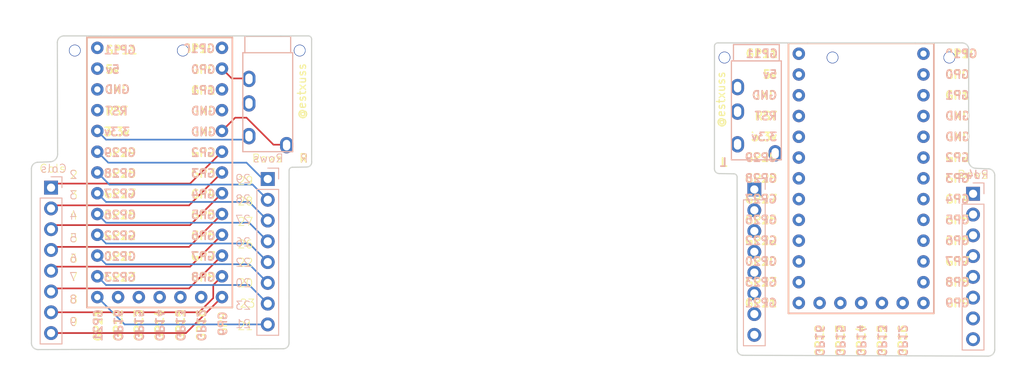
<source format=kicad_pcb>
(kicad_pcb (version 20240108) (generator "pcbnew") (generator_version "8.0")
  (layers (0 "F.Cu" signal) (31 "B.Cu" signal) (34 "B.Paste" user) (35 "F.Paste" user) (36 "B.SilkS" user "B.Silkscreen") (37 "F.SilkS" user "F.Silkscreen") (38 "B.Mask" user) (39 "F.Mask" user) (44 "Edge.Cuts" user))
  (net 0 "")
  (net 5 "LGND")
  (net 6 "Row7")
  (net 7 "Row3")
  (net 11 "Col3")
  (net 12 "Col4")
  (net 13 "Col5")
  (net 15 "Col6")
  (net 16 "Col1")
  (net 17 "Col2")
  (net 19 "Row2")
  (net 21 "Col8")
  (net 22 "Row8")
  (net 24 "LVCC")
  (net 25 "LData")
  (net 26 "Row5")
  (net 27 "Col7")
  (net 29 "Row4")
  (net 30 "Row1")
  (net 31 "Row6")
  (net 33 "RVCC")
  (net 34 "RGND")
  (net 38 "RRow8")
  (net 40 "RRow5")
  (net 41 "RCol7")
  (net 42 "RCol6")
  (net 44 "RRow2")
  (net 46 "RData")
  (net 47 "RCol1")
  (net 49 "RRow1")
  (net 50 "RCol3")
  (net 52 "RRow4")
  (net 54 "RRow6")
  (net 55 "RCol2")
  (net 56 "RCol5")
  (net 57 "RCol4")
  (net 58 "RRow7")
  (net 61 "RRow3")
  (net 62 "RCol8")
  (footprint "#footprint:M1.4_tapping_Hole_rev2" (layer "F.Cu") (at 103.216326 74.78583 -90)
    (property "Reference" "" (hide yes))
    (property "Value" "" (hide yes))
    (pad "" thru_hole circle (at 0 0 270) (size 1.43 1.43) (drill 1.28) (layers "*.Cu" "*.Mask"))
  )
  (footprint "#footprint:M1.4_tapping_Hole_rev2" (layer "F.Cu") (at 182.665001 75.64208 -90)
    (property "Reference" "" (hide yes))
    (property "Value" "" (hide yes))
    (pad "" thru_hole circle (at 0 0 270) (size 1.43 1.43) (drill 1.28) (layers "*.Cu" "*.Mask"))
  )
  (footprint "#footprint:M1.4_tapping_Hole_rev2" (layer "F.Cu") (at 196.952501 75.64208 -90)
    (property "Reference" "" (hide yes))
    (property "Value" "" (hide yes))
    (pad "" thru_hole circle (at 0 0 270) (size 1.43 1.43) (drill 1.28) (layers "*.Cu" "*.Mask"))
  )
  (footprint "#footprint:M1.4_tapping_Hole_rev2" (layer "F.Cu") (at 117.503826 74.78583 -90)
    (property "Reference" "" (hide yes))
    (property "Value" "" (hide yes))
    (pad "" thru_hole circle (at 0 0 270) (size 1.43 1.43) (drill 1.28) (layers "*.Cu" "*.Mask"))
  )
  (footprint "#footprint:M1.4_tapping_Hole_rev2" (layer "F.Cu") (at 169.452501 75.044581 -90)
    (property "Reference" "" (hide yes))
    (property "Value" "" (hide yes))
    (pad "" thru_hole circle (at 0.597499 0 270) (size 1.43 1.43) (drill 1.28) (layers "*.Cu" "*.Mask"))
  )
  (footprint "#footprint:M1.4_tapping_Hole_rev2" (layer "F.Cu") (at 90.003826 74.188331 -90)
    (property "Reference" "" (hide yes))
    (property "Value" "" (hide yes))
    (pad "" thru_hole circle (at 0.597499 0 270) (size 1.43 1.43) (drill 1.28) (layers "*.Cu" "*.Mask"))
  )
  (footprint "ScottoKeebs_Components:TRRS_PJ-320A" (layer "B.Cu") (at 173.352501 76.05625 180)
    (property "Reference" "U4")
    (property "Value" "TRRS")
    (fp_line (start 3.05 -12.1) (end 3.05 0) (stroke (width 0.15)) (layer "B.SilkS"))
    (fp_line (start 2.8 2) (end 2.8 0) (stroke (width 0.15)) (layer "B.SilkS"))
    (fp_line (start -2.8 2) (end 2.8 2) (stroke (width 0.15)) (layer "B.SilkS"))
    (fp_line (start -2.8 2) (end -2.8 0) (stroke (width 0.15)) (layer "B.SilkS"))
    (fp_line (start -3.05 0) (end 3.05 0) (stroke (width 0.15)) (layer "B.SilkS"))
    (fp_line (start -3.05 -12.1) (end 3.05 -12.1) (stroke (width 0.15)) (layer "B.SilkS"))
    (fp_line (start -3.05 -12.1) (end -3.05 0) (stroke (width 0.15)) (layer "B.SilkS"))
    (pad "" np_thru_hole circle (at 0 -8.6 180) (size 0.8 0.8) (drill 0.8) (layers "*.Cu" "*.Mask"))
    (pad "" np_thru_hole circle (at 0 -1.6 180) (size 0.8 0.8) (drill 0.8) (layers "*.Cu" "*.Mask"))
    (pad "1" thru_hole oval (at -2.3 -11.3 180) (size 1.6 2) (drill oval 0.9 1.3) (layers "*.Cu" "*.Mask") (net 34 "RGND"))
    (pad "2" thru_hole oval (at 2.3 -10.2 180) (size 1.6 2) (drill oval 0.9 1.3) (layers "*.Cu" "*.Mask") (net 33 "RVCC"))
    (pad "3" thru_hole oval (at 2.3 -6.2 180) (size 1.6 2) (drill oval 0.9 1.3) (layers "*.Cu" "*.Mask"))
    (pad "4" thru_hole oval (at 2.3 -3.2 180) (size 1.6 2) (drill oval 0.9 1.3) (layers "*.Cu" "*.Mask") (net 46 "RData"))
  )
  (footprint "Connector_PinHeader_2.54mm:PinHeader_1x08_P2.54mm_Vertical" (layer "B.Cu") (at 199.852501 92.30625 180)
    (property "Reference" "J4" (at 0 2.33 0) (layer "B.SilkS") (effects (justify mirror)))
    (property "Value" "Conn_01x08_Pin")
    (fp_line (start 1.33 -1.27) (end -1.33 -1.27) (stroke (width 0.12)) (layer "B.SilkS"))
    (fp_line (start 1.33 -19.11) (end 1.33 -1.27) (stroke (width 0.12)) (layer "B.SilkS"))
    (fp_line (start 1.33 -19.11) (end -1.33 -19.11) (stroke (width 0.12)) (layer "B.SilkS"))
    (fp_line (start 0 1.33) (end -1.33 1.33) (stroke (width 0.12)) (layer "B.SilkS"))
    (fp_line (start -1.33 1.33) (end -1.33 0) (stroke (width 0.12)) (layer "B.SilkS"))
    (fp_line (start -1.33 -19.11) (end -1.33 -1.27) (stroke (width 0.12)) (layer "B.SilkS"))
    (pad "1" thru_hole rect (at 0 0 180) (size 1.7 1.7) (drill 1) (layers "*.Cu" "*.Mask") (net 49 "RRow1"))
    (pad "2" thru_hole oval (at 0 -2.54 180) (size 1.7 1.7) (drill 1) (layers "*.Cu" "*.Mask") (net 44 "RRow2"))
    (pad "3" thru_hole oval (at 0 -5.08 180) (size 1.7 1.7) (drill 1) (layers "*.Cu" "*.Mask") (net 61 "RRow3"))
    (pad "4" thru_hole oval (at 0 -7.62 180) (size 1.7 1.7) (drill 1) (layers "*.Cu" "*.Mask") (net 52 "RRow4"))
    (pad "5" thru_hole oval (at 0 -10.16 180) (size 1.7 1.7) (drill 1) (layers "*.Cu" "*.Mask") (net 40 "RRow5"))
    (pad "6" thru_hole oval (at 0 -12.7 180) (size 1.7 1.7) (drill 1) (layers "*.Cu" "*.Mask") (net 54 "RRow6"))
    (pad "7" thru_hole oval (at 0 -15.24 180) (size 1.7 1.7) (drill 1) (layers "*.Cu" "*.Mask") (net 58 "RRow7"))
    (pad "8" thru_hole oval (at 0 -17.78 180) (size 1.7 1.7) (drill 1) (layers "*.Cu" "*.Mask") (net 38 "RRow8"))
  )
  (footprint "Connector_PinHeader_2.54mm:PinHeader_1x08_P2.54mm_Vertical" (layer "B.Cu") (at 87.102501 91.55625 180)
    (property "Reference" "J1" (hide yes))
    (property "Value" "Conn_01x08_Pin")
    (fp_line (start 1.33 -1.27) (end -1.33 -1.27) (stroke (width 0.12)) (layer "B.SilkS"))
    (fp_line (start 1.33 -19.11) (end 1.33 -1.27) (stroke (width 0.12)) (layer "B.SilkS"))
    (fp_line (start 1.33 -19.11) (end -1.33 -19.11) (stroke (width 0.12)) (layer "B.SilkS"))
    (fp_line (start 0 1.33) (end -1.33 1.33) (stroke (width 0.12)) (layer "B.SilkS"))
    (fp_line (start -1.33 1.33) (end -1.33 0) (stroke (width 0.12)) (layer "B.SilkS"))
    (fp_line (start -1.33 -19.11) (end -1.33 -1.27) (stroke (width 0.12)) (layer "B.SilkS"))
    (pad "1" thru_hole rect (at 0 0 180) (size 1.7 1.7) (drill 1) (layers "*.Cu" "*.Mask") (net 16 "Col1"))
    (pad "2" thru_hole oval (at 0 -2.54 180) (size 1.7 1.7) (drill 1) (layers "*.Cu" "*.Mask") (net 17 "Col2"))
    (pad "3" thru_hole oval (at 0 -5.08 180) (size 1.7 1.7) (drill 1) (layers "*.Cu" "*.Mask") (net 11 "Col3"))
    (pad "4" thru_hole oval (at 0 -7.62 180) (size 1.7 1.7) (drill 1) (layers "*.Cu" "*.Mask") (net 12 "Col4"))
    (pad "5" thru_hole oval (at 0 -10.16 180) (size 1.7 1.7) (drill 1) (layers "*.Cu" "*.Mask") (net 13 "Col5"))
    (pad "6" thru_hole oval (at 0 -12.7 180) (size 1.7 1.7) (drill 1) (layers "*.Cu" "*.Mask") (net 15 "Col6"))
    (pad "7" thru_hole oval (at 0 -15.24 180) (size 1.7 1.7) (drill 1) (layers "*.Cu" "*.Mask") (net 27 "Col7"))
    (pad "8" thru_hole oval (at 0 -17.78 180) (size 1.7 1.7) (drill 1) (layers "*.Cu" "*.Mask") (net 21 "Col8"))
  )
  (footprint "ScottoKeebs_Components:TRRS_PJ-320A" (layer "B.Cu") (at 113.602501 75.05625 180)
    (property "Reference" "U2" (hide yes))
    (property "Value" "TRRS")
    (fp_line (start 3.05 -12.1) (end 3.05 0) (stroke (width 0.15)) (layer "B.SilkS"))
    (fp_line (start 2.8 2) (end 2.8 0) (stroke (width 0.15)) (layer "B.SilkS"))
    (fp_line (start -2.8 2) (end 2.8 2) (stroke (width 0.15)) (layer "B.SilkS"))
    (fp_line (start -2.8 2) (end -2.8 0) (stroke (width 0.15)) (layer "B.SilkS"))
    (fp_line (start -3.05 0) (end 3.05 0) (stroke (width 0.15)) (layer "B.SilkS"))
    (fp_line (start -3.05 -12.1) (end 3.05 -12.1) (stroke (width 0.15)) (layer "B.SilkS"))
    (fp_line (start -3.05 -12.1) (end -3.05 0) (stroke (width 0.15)) (layer "B.SilkS"))
    (pad "" np_thru_hole circle (at 0 -8.6 180) (size 0.8 0.8) (drill 0.8) (layers "*.Cu" "*.Mask"))
    (pad "" np_thru_hole circle (at 0 -1.6 180) (size 0.8 0.8) (drill 0.8) (layers "*.Cu" "*.Mask"))
    (pad "1" thru_hole oval (at -2.3 -11.3 180) (size 1.6 2) (drill oval 0.9 1.3) (layers "*.Cu" "*.Mask") (net 5 "LGND"))
    (pad "2" thru_hole oval (at 2.3 -10.2 180) (size 1.6 2) (drill oval 0.9 1.3) (layers "*.Cu" "*.Mask") (net 24 "LVCC"))
    (pad "3" thru_hole oval (at 2.3 -6.2 180) (size 1.6 2) (drill oval 0.9 1.3) (layers "*.Cu" "*.Mask"))
    (pad "4" thru_hole oval (at 2.3 -3.2 180) (size 1.6 2) (drill oval 0.9 1.3) (layers "*.Cu" "*.Mask") (net 25 "LData"))
  )
  (footprint "Connector_PinHeader_2.54mm:PinHeader_1x08_P2.54mm_Vertical" (layer "B.Cu") (at 113.602501 90.5 180)
    (property "Reference" "J2" (hide yes))
    (property "Value" "Conn_01x08_Pin")
    (fp_line (start 1.33 -1.27) (end -1.33 -1.27) (stroke (width 0.12)) (layer "B.SilkS"))
    (fp_line (start 1.33 -19.11) (end 1.33 -1.27) (stroke (width 0.12)) (layer "B.SilkS"))
    (fp_line (start 1.33 -19.11) (end -1.33 -19.11) (stroke (width 0.12)) (layer "B.SilkS"))
    (fp_line (start 0 1.33) (end -1.33 1.33) (stroke (width 0.12)) (layer "B.SilkS"))
    (fp_line (start -1.33 1.33) (end -1.33 0) (stroke (width 0.12)) (layer "B.SilkS"))
    (fp_line (start -1.33 -19.11) (end -1.33 -1.27) (stroke (width 0.12)) (layer "B.SilkS"))
    (pad "1" thru_hole rect (at 0 0 180) (size 1.7 1.7) (drill 1) (layers "*.Cu" "*.Mask") (net 30 "Row1"))
    (pad "2" thru_hole oval (at 0 -2.54 180) (size 1.7 1.7) (drill 1) (layers "*.Cu" "*.Mask") (net 19 "Row2"))
    (pad "3" thru_hole oval (at 0 -5.08 180) (size 1.7 1.7) (drill 1) (layers "*.Cu" "*.Mask") (net 7 "Row3"))
    (pad "4" thru_hole oval (at 0 -7.62 180) (size 1.7 1.7) (drill 1) (layers "*.Cu" "*.Mask") (net 29 "Row4"))
    (pad "5" thru_hole oval (at 0 -10.16 180) (size 1.7 1.7) (drill 1) (layers "*.Cu" "*.Mask") (net 26 "Row5"))
    (pad "6" thru_hole oval (at 0 -12.7 180) (size 1.7 1.7) (drill 1) (layers "*.Cu" "*.Mask") (net 31 "Row6"))
    (pad "7" thru_hole oval (at 0 -15.24 180) (size 1.7 1.7) (drill 1) (layers "*.Cu" "*.Mask") (net 6 "Row7"))
    (pad "8" thru_hole oval (at 0 -17.78 180) (size 1.7 1.7) (drill 1) (layers "*.Cu" "*.Mask") (net 22 "Row8"))
  )
  (footprint "Connector_PinHeader_2.54mm:PinHeader_1x08_P2.54mm_Vertical" (layer "B.Cu") (at 173.102501 91.77625 180)
    (property "Reference" "J3" (hide yes))
    (property "Value" "Conn_01x08_Pin")
    (fp_line (start 1.33 -1.27) (end -1.33 -1.27) (stroke (width 0.12)) (layer "B.SilkS"))
    (fp_line (start 1.33 -19.11) (end 1.33 -1.27) (stroke (width 0.12)) (layer "B.SilkS"))
    (fp_line (start 1.33 -19.11) (end -1.33 -19.11) (stroke (width 0.12)) (layer "B.SilkS"))
    (fp_line (start 0 1.33) (end -1.33 1.33) (stroke (width 0.12)) (layer "B.SilkS"))
    (fp_line (start -1.33 1.33) (end -1.33 0) (stroke (width 0.12)) (layer "B.SilkS"))
    (fp_line (start -1.33 -19.11) (end -1.33 -1.27) (stroke (width 0.12)) (layer "B.SilkS"))
    (pad "1" thru_hole rect (at 0 0 180) (size 1.7 1.7) (drill 1) (layers "*.Cu" "*.Mask") (net 47 "RCol1"))
    (pad "2" thru_hole oval (at 0 -2.54 180) (size 1.7 1.7) (drill 1) (layers "*.Cu" "*.Mask") (net 55 "RCol2"))
    (pad "3" thru_hole oval (at 0 -5.08 180) (size 1.7 1.7) (drill 1) (layers "*.Cu" "*.Mask") (net 50 "RCol3"))
    (pad "4" thru_hole oval (at 0 -7.62 180) (size 1.7 1.7) (drill 1) (layers "*.Cu" "*.Mask") (net 57 "RCol4"))
    (pad "5" thru_hole oval (at 0 -10.16 180) (size 1.7 1.7) (drill 1) (layers "*.Cu" "*.Mask") (net 56 "RCol5"))
    (pad "6" thru_hole oval (at 0 -12.7 180) (size 1.7 1.7) (drill 1) (layers "*.Cu" "*.Mask") (net 42 "RCol6"))
    (pad "7" thru_hole oval (at 0 -15.24 180) (size 1.7 1.7) (drill 1) (layers "*.Cu" "*.Mask") (net 41 "RCol7"))
    (pad "8" thru_hole oval (at 0 -17.78 180) (size 1.7 1.7) (drill 1) (layers "*.Cu" "*.Mask") (net 62 "RCol8"))
  )
  (footprint "ScottoKeebs_MCU:RP2040_Pro_Micro" (layer "B.Cu") (at 100.38 90.97 180)
    (property "Reference" "U1" (hide yes))
    (property "Value" "RP2040_Pro_Micro" (hide yes))
    (fp_line (start 8.89 17.78) (end 8.89 -15.24) (stroke (width 0.2)) (layer "B.SilkS"))
    (fp_line (start 8.89 -15.24) (end -8.89 -15.24) (stroke (width 0.2)) (layer "B.SilkS"))
    (fp_line (start -8.89 17.78) (end 8.89 17.78) (stroke (width 0.2)) (layer "B.SilkS"))
    (fp_line (start -8.89 -15.24) (end -8.89 17.78) (stroke (width 0.2)) (layer "B.SilkS"))
    (fp_line (start 8.89 17.78) (end 8.89 -15.24) (stroke (width 0.2)) (layer "F.SilkS"))
    (fp_line (start 8.89 -15.24) (end -8.89 -15.24) (stroke (width 0.2)) (layer "F.SilkS"))
    (fp_line (start -8.89 17.78) (end 8.89 17.78) (stroke (width 0.2)) (layer "F.SilkS"))
    (fp_line (start -8.89 -15.24) (end -8.89 17.78) (stroke (width 0.2)) (layer "F.SilkS"))
    (fp_text user "GND" (at -3.722501 6.24375 0) (layer "B.SilkS") (effects (font (thickness 0.2) (bold yes)) (justify right mirror)))
    (fp_text user "GP23" (at 2.777499 -11.53625 0) (layer "B.SilkS") (effects (font (thickness 0.2) (bold yes)) (justify left mirror)))
    (fp_text user "GP1" (at -3.722501 11.32375 0) (layer "B.SilkS") (effects (font (thickness 0.2) (bold yes)) (justify right mirror)))
    (fp_text user "3.3v" (at 3.527499 6.24375 0) (layer "B.SilkS") (effects (font (thickness 0.2) (bold yes)) (justify left mirror)))
    (fp_text user "GP4" (at -3.722501 -1.37625 0) (layer "B.SilkS") (effects (font (thickness 0.2) (bold yes)) (justify right mirror)))
    (fp_text user "GND" (at -3.722501 8.78375 0) (layer "B.SilkS") (effects (font (thickness 0.2) (bold yes)) (justify right mirror)))
    (fp_text user "GP0" (at -3.722501 13.86375 0) (layer "B.SilkS") (effects (font (thickness 0.2) (bold yes)) (justify right mirror)))
    (fp_text user "RST" (at 3.777499 8.78375 0) (layer "B.SilkS") (effects (font (thickness 0.2) (bold yes)) (justify left mirror)))
    (fp_text user "GP5" (at -3.722501 -3.91625 0) (layer "B.SilkS") (effects (font (thickness 0.2) (bold yes)) (justify right mirror)))
    (fp_text user "GP10" (at -2.722501 16.41375 0) (layer "B.SilkS") (effects (font (thickness 0.2) (bold yes)) (justify right mirror)))
    (fp_text user "GP14" (at 0 -15.33625 -90) (layer "B.SilkS") (effects (font (thickness 0.2) (bold yes)) (justify right mirror)))
    (fp_text user "GP13" (at -2.54 -15.33625 -90) (layer "B.SilkS") (effects (font (thickness 0.2) (bold yes)) (justify right mirror)))
    (fp_text user "GP29" (at 2.777499 3.70375 0) (layer "B.SilkS") (effects (font (thickness 0.2) (bold yes)) (justify left mirror)))
    (fp_text user "GP15" (at 2.54 -15.33625 -90) (layer "B.SilkS") (effects (font (thickness 0.2) (bold yes)) (justify right mirror)))
    (fp_text user "GP9" (at -7.722501 -18.83625 90) (layer "B.SilkS") (effects (font (thickness 0.2) (bold yes)) (justify right mirror)))
    (fp_text user "GP2" (at -3.722501 3.70375 0) (layer "B.SilkS") (effects (font (thickness 0.2) (bold yes)) (justify right mirror)))
    (fp_text user "GP21" (at 7.527499 -15.33625 90) (layer "B.SilkS") (effects (font (thickness 0.2) (bold yes)) (justify left mirror)))
    (fp_text user "GP26" (at 2.777499 -3.91625 0) (layer "B.SilkS") (effects (font (thickness 0.2) (bold yes)) (justify left mirror)))
    (fp_text user "GP8" (at -3.722501 -11.53625 0) (layer "B.SilkS") (effects (font (thickness 0.2) (bold yes)) (justify right mirror)))
    (fp_text user "GP20" (at 2.777499 -8.99625 0) (layer "B.SilkS") (effects (font (thickness 0.2) (bold yes)) (justify left mirror)))
    (fp_text user "GP27" (at 2.777499 -1.33625 0) (layer "B.SilkS") (effects (font (thickness 0.2) (bold yes)) (justify left mirror)))
    (fp_text user "GP7" (at -3.722501 -8.99625 0) (layer "B.SilkS") (effects (font (thickness 0.2) (bold yes)) (justify right mirror)))
    (fp_text user "GP12" (at -5.08 -15.33625 -90) (layer "B.SilkS") (effects (font (thickness 0.2) (bold yes)) (justify right mirror)))
    (fp_text user "GP6" (at -3.722501 -6.45625 0) (layer "B.SilkS") (effects (font (thickness 0.2) (bold yes)) (justify right mirror)))
    (fp_text user "GP22" (at 2.777499 -6.45625 0) (layer "B.SilkS") (effects (font (thickness 0.2) (bold yes)) (justify left mirror)))
    (fp_text user "GND" (at 3.527499 11.41375 0) (layer "B.SilkS") (effects (font (thickness 0.2) (bold yes)) (justify left mirror)))
    (fp_text user "GP28" (at 2.777499 1.16375 0) (layer "B.SilkS") (effects (font (thickness 0.2) (bold yes)) (justify left mirror)))
    (fp_text user "GP16" (at 5.08 -15.33625 -90) (layer "B.SilkS") (effects (font (thickness 0.2) (bold yes)) (justify right mirror)))
    (fp_text user "5v" (at 4.777499 13.86375 0) (layer "B.SilkS") (effects (font (thickness 0.2) (bold yes)) (justify left mirror)))
    (fp_text user "GP3" (at -3.722501 1.16375 0) (layer "B.SilkS") (effects (font (thickness 0.2) (bold yes)) (justify right mirror)))
    (fp_text user "GP20" (at 2.777499 -8.99625 0) (layer "F.SilkS") (effects (font (thickness 0.2) (bold yes)) (justify right)))
    (fp_text user "GP21" (at 7.527499 -15.33625 90) (layer "F.SilkS") (effects (font (thickness 0.2) (bold yes)) (justify right)))
    (fp_text user "GP22" (at 2.777499 -6.45625 0) (layer "F.SilkS") (effects (font (thickness 0.2) (bold yes)) (justify right)))
    (fp_text user "GP26" (at 2.777499 -3.91625 0) (layer "F.SilkS") (effects (font (thickness 0.2) (bold yes)) (justify right)))
    (fp_text user "GP6" (at -3.722501 -6.45625 0) (layer "F.SilkS") (effects (font (thickness 0.2) (bold yes)) (justify left)))
    (fp_text user "GP1" (at -3.722501 11.32375 0) (layer "F.SilkS") (effects (font (thickness 0.2) (bold yes)) (justify left)))
    (fp_text user "RST" (at 3.777499 8.78375 0) (layer "F.SilkS") (effects (font (thickness 0.2) (bold yes)) (justify right)))
    (fp_text user "GP23" (at 2.777499 -11.53625 0) (layer "F.SilkS") (effects (font (thickness 0.2) (bold yes)) (justify right)))
    (fp_text user "GP10" (at -2.722501 16.41375 0) (layer "F.SilkS") (effects (font (thickness 0.2) (bold yes)) (justify left)))
    (fp_text user "GP4" (at -3.722501 -1.37625 0) (layer "F.SilkS") (effects (font (thickness 0.2) (bold yes)) (justify left)))
    (fp_text user "GP2" (at -3.722501 3.70375 0) (layer "F.SilkS") (effects (font (thickness 0.2) (bold yes)) (justify left)))
    (fp_text user "GP15" (at -2.54 -15.33625 90) (layer "F.SilkS") (effects (font (thickness 0.2) (bold yes)) (justify right)))
    (fp_text user "GP9" (at -7.722501 -18.83625 90) (layer "F.SilkS") (effects (font (thickness 0.2) (bold yes)) (justify left)))
    (fp_text user "GND" (at 3.527499 11.41375 0) (layer "F.SilkS") (effects (font (thickness 0.2) (bold yes)) (justify right)))
    (fp_text user "GP16" (at -5.08 -15.33625 90) (layer "F.SilkS") (effects (font (thickness 0.2) (bold yes)) (justify right)))
    (fp_text user "GP14" (at 0 -15.33625 90) (layer "F.SilkS") (effects (font (thickness 0.2) (bold yes)) (justify right)))
    (fp_text user "GP28" (at 2.777499 1.16375 0) (layer "F.SilkS") (effects (font (thickness 0.2) (bold yes)) (justify right)))
    (fp_text user "3.3v" (at 3.527499 6.24375 0) (layer "F.SilkS") (effects (font (thickness 0.2) (bold yes)) (justify right)))
    (fp_text user "GP12" (at 5.08 -15.33625 90) (layer "F.SilkS") (effects (font (thickness 0.2) (bold yes)) (justify right)))
    (fp_text user "GND" (at -3.722501 8.78375 0) (layer "F.SilkS") (effects (font (thickness 0.2) (bold yes)) (justify left)))
    (fp_text user "GP13" (at 2.54 -15.33625 90) (layer "F.SilkS") (effects (font (thickness 0.2) (bold yes)) (justify right)))
    (fp_text user "GP8" (at -3.722501 -11.53625 0) (layer "F.SilkS") (effects (font (thickness 0.2) (bold yes)) (justify left)))
    (fp_text user "GP7" (at -3.722501 -8.99625 0) (layer "F.SilkS") (effects (font (thickness 0.2) (bold yes)) (justify left)))
    (fp_text user "GP5" (at -3.722501 -3.91625 0) (layer "F.SilkS") (effects (font (thickness 0.2) (bold yes)) (justify left)))
    (fp_text user "GP27" (at 2.777499 -1.33625 0) (layer "F.SilkS") (effects (font (thickness 0.2) (bold yes)) (justify right)))
    (fp_text user "GND" (at -3.722501 6.24375 0) (layer "F.SilkS") (effects (font (thickness 0.2) (bold yes)) (justify left)))
    (fp_text user "GP0" (at -3.722501 13.86375 0) (layer "F.SilkS") (effects (font (thickness 0.2) (bold yes)) (justify left)))
    (fp_text user "GP29" (at 2.777499 3.70375 0) (layer "F.SilkS") (effects (font (thickness 0.2) (bold yes)) (justify right)))
    (fp_text user "GP3" (at -3.722501 1.16375 0) (layer "F.SilkS") (effects (font (thickness 0.2) (bold yes)) (justify left)))
    (fp_text user "5v" (at 4.777499 13.86375 0) (layer "F.SilkS") (effects (font (thickness 0.2) (bold yes)) (justify right)))
    (pad "1" thru_hole circle (at -7.62 16.51 180) (size 1.524 1.524) (drill 0.762) (layers "*.Cu" "*.Mask"))
    (pad "2" thru_hole circle (at -7.62 13.97 180) (size 1.524 1.524) (drill 0.762) (layers "*.Cu" "*.Mask") (net 25 "LData"))
    (pad "3" thru_hole circle (at -7.62 11.43 180) (size 1.524 1.524) (drill 0.762) (layers "*.Cu" "*.Mask"))
    (pad "4" thru_hole circle (at -7.62 8.89 180) (size 1.524 1.524) (drill 0.762) (layers "*.Cu" "*.Mask"))
    (pad "5" thru_hole circle (at -7.62 6.35 180) (size 1.524 1.524) (drill 0.762) (layers "*.Cu" "*.Mask") (net 5 "LGND"))
    (pad "6" thru_hole circle (at -7.62 3.81 180) (size 1.524 1.524) (drill 0.762) (layers "*.Cu" "*.Mask") (net 16 "Col1"))
    (pad "7" thru_hole circle (at -7.62 1.27 180) (size 1.524 1.524) (drill 0.762) (layers "*.Cu" "*.Mask") (net 17 "Col2"))
    (pad "8" thru_hole circle (at -7.62 -1.27 180) (size 1.524 1.524) (drill 0.762) (layers "*.Cu" "*.Mask") (net 11 "Col3"))
    (pad "9" thru_hole circle (at -7.62 -3.81 180) (size 1.524 1.524) (drill 0.762) (layers "*.Cu" "*.Mask") (net 12 "Col4"))
    (pad "10" thru_hole circle (at -7.62 -6.35 180) (size 1.524 1.524) (drill 0.762) (layers "*.Cu" "*.Mask") (net 13 "Col5"))
    (pad "11" thru_hole circle (at -7.62 -8.89 180) (size 1.524 1.524) (drill 0.762) (layers "*.Cu" "*.Mask") (net 15 "Col6"))
    (pad "12" thru_hole circle (at -7.62 -11.43 180) (size 1.524 1.524) (drill 0.762) (layers "*.Cu" "*.Mask") (net 27 "Col7"))
    (pad "13" thru_hole circle (at -7.62 -13.97 180) (size 1.524 1.524) (drill 0.762) (layers "*.Cu" "*.Mask") (net 21 "Col8"))
    (pad "14" thru_hole circle (at -5.08 -13.97 180) (size 1.524 1.524) (drill 0.762) (layers "*.Cu" "*.Mask"))
    (pad "15" thru_hole circle (at -2.54 -13.97 180) (size 1.524 1.524) (drill 0.762) (layers "*.Cu" "*.Mask"))
    (pad "16" thru_hole circle (at 0 -13.97 180) (size 1.524 1.524) (drill 0.762) (layers "*.Cu" "*.Mask"))
    (pad "17" thru_hole circle (at 2.54 -13.97 180) (size 1.524 1.524) (drill 0.762) (layers "*.Cu" "*.Mask"))
    (pad "18" thru_hole circle (at 5.08 -13.97 180) (size 1.524 1.524) (drill 0.762) (layers "*.Cu" "*.Mask"))
    (pad "19" thru_hole circle (at 7.62 -13.97 180) (size 1.524 1.524) (drill 0.762) (layers "*.Cu" "*.Mask") (net 22 "Row8"))
    (pad "20" thru_hole circle (at 7.62 -11.43 180) (size 1.524 1.524) (drill 0.762) (layers "*.Cu" "*.Mask") (net 6 "Row7"))
    (pad "21" thru_hole circle (at 7.62 -8.89 180) (size 1.524 1.524) (drill 0.762) (layers "*.Cu" "*.Mask") (net 31 "Row6"))
    (pad "22" thru_hole circle (at 7.62 -6.35 180) (size 1.524 1.524) (drill 0.762) (layers "*.Cu" "*.Mask") (net 26 "Row5"))
    (pad "23" thru_hole circle (at 7.62 -3.81 180) (size 1.524 1.524) (drill 0.762) (layers "*.Cu" "*.Mask") (net 29 "Row4"))
    (pad "24" thru_hole circle (at 7.62 -1.27 180) (size 1.524 1.524) (drill 0.762) (layers "*.Cu" "*.Mask") (net 7 "Row3"))
    (pad "25" thru_hole circle (at 7.62 1.27 180) (size 1.524 1.524) (drill 0.762) (layers "*.Cu" "*.Mask") (net 19 "Row2"))
    (pad "26" thru_hole circle (at 7.62 3.81 180) (size 1.524 1.524) (drill 0.762) (layers "*.Cu" "*.Mask") (net 30 "Row1"))
    (pad "27" thru_hole circle (at 7.62 6.35 180) (size 1.524 1.524) (drill 0.762) (layers "*.Cu" "*.Mask") (net 24 "LVCC"))
    (pad "28" thru_hole circle (at 7.62 8.89 180) (size 1.524 1.524) (drill 0.762) (layers "*.Cu" "*.Mask"))
    (pad "29" thru_hole circle (at 7.62 11.43 180) (size 1.524 1.524) (drill 0.762) (layers "*.Cu" "*.Mask"))
    (pad "30" thru_hole circle (at 7.62 13.97 180) (size 1.524 1.524) (drill 0.762) (layers "*.Cu" "*.Mask"))
    (pad "31" thru_hole circle (at 7.62 16.51 180) (size 1.524 1.524) (drill 0.762) (layers "*.Cu" "*.Mask"))
  )
  (footprint "ScottoKeebs_MCU:RP2040_Pro_Micro" (layer "B.Cu") (at 186.165153 91.68625 180)
    (property "Reference" "U3" (hide yes))
    (property "Value" "RP2040_Pro_Micro" (hide yes))
    (fp_line (start 8.89 17.78) (end 8.89 -15.24) (stroke (width 0.2)) (layer "B.SilkS"))
    (fp_line (start 8.89 -15.24) (end -8.89 -15.24) (stroke (width 0.2)) (layer "B.SilkS"))
    (fp_line (start -8.89 17.78) (end 8.89 17.78) (stroke (width 0.2)) (layer "B.SilkS"))
    (fp_line (start -8.89 -15.24) (end -8.89 17.78) (stroke (width 0.2)) (layer "B.SilkS"))
    (fp_line (start 8.89 17.78) (end 8.89 -15.24) (stroke (width 0.2)) (layer "F.SilkS"))
    (fp_line (start 8.89 -15.24) (end -8.89 -15.24) (stroke (width 0.2)) (layer "F.SilkS"))
    (fp_line (start -8.89 17.78) (end 8.89 17.78) (stroke (width 0.2)) (layer "F.SilkS"))
    (fp_line (start -8.89 -15.24) (end -8.89 17.78) (stroke (width 0.2)) (layer "F.SilkS"))
    (fp_text user "5v" (at 10.16 13.97 0) (layer "B.SilkS") (effects (font (thickness 0.2) (bold yes)) (justify left mirror)))
    (fp_text user "GP15" (at 2.54 -16.51 -90) (layer "B.SilkS") (effects (font (thickness 0.2) (bold yes)) (justify right mirror)))
    (fp_text user "GP3" (at -10.16 1.27 0) (layer "B.SilkS") (effects (font (thickness 0.2) (bold yes)) (justify right mirror)))
    (fp_text user "GP9" (at -10.16 -13.97 0) (layer "B.SilkS") (effects (font (thickness 0.2) (bold yes)) (justify right mirror)))
    (fp_text user "GND" (at -10.16 6.35 0) (layer "B.SilkS") (effects (font (thickness 0.2) (bold yes)) (justify right mirror)))
    (fp_text user "GP4" (at -10.16 -1.27 0) (layer "B.SilkS") (effects (font (thickness 0.2) (bold yes)) (justify right mirror)))
    (fp_text user "GP6" (at -10.16 -6.35 0) (layer "B.SilkS") (effects (font (thickness 0.2) (bold yes)) (justify right mirror)))
    (fp_text user "GND" (at 10.16 11.43 0) (layer "B.SilkS") (effects (font (thickness 0.2) (bold yes)) (justify left mirror)))
    (fp_text user "3.3v" (at 10.16 6.35 0) (layer "B.SilkS") (effects (font (thickness 0.2) (bold yes)) (justify left mirror)))
    (fp_text user "GND" (at -10.16 8.89 0) (layer "B.SilkS") (effects (font (thickness 0.2) (bold yes)) (justify right mirror)))
    (fp_text user "GP7" (at -10.16 -8.89 0) (layer "B.SilkS") (effects (font (thickness 0.2) (bold yes)) (justify right mirror)))
    (fp_text user "GP29" (at 10.16 3.81 0) (layer "B.SilkS") (effects (font (thickness 0.2) (bold yes)) (justify left mirror)))
    (fp_text user "GP20" (at 10.16 -8.89 0) (layer "B.SilkS") (effects (font (thickness 0.2) (bold yes)) (justify left mirror)))
    (fp_text user "GP8" (at -10.16 -11.43 0) (layer "B.SilkS") (effects (font (thickness 0.2) (bold yes)) (justify right mirror)))
    (fp_text user "GP28" (at 10.16 1.27 0) (layer "B.SilkS") (effects (font (thickness 0.2) (bold yes)) (justify left mirror)))
    (fp_text user "GP1" (at -10.16 11.43 0) (layer "B.SilkS") (effects (font (thickness 0.2) (bold yes)) (justify right mirror)))
    (fp_text user "GP21" (at 10.16 -13.97 0) (layer "B.SilkS") (effects (font (thickness 0.2) (bold yes)) (justify left mirror)))
    (fp_text user "GP16" (at 5.08 -16.51 -90) (layer "B.SilkS") (effects (font (thickness 0.2) (bold yes)) (justify right mirror)))
    (fp_text user "GP0" (at -10.16 13.97 0) (layer "B.SilkS") (effects (font (thickness 0.2) (bold yes)) (justify right mirror)))
    (fp_text user "GP23" (at 10.16 -11.43 0) (layer "B.SilkS") (effects (font (thickness 0.2) (bold yes)) (justify left mirror)))
    (fp_text user "GP27" (at 10.16 -1.27 0) (layer "B.SilkS") (effects (font (thickness 0.2) (bold yes)) (justify left mirror)))
    (fp_text user "GP13" (at -2.54 -16.51 -90) (layer "B.SilkS") (effects (font (thickness 0.2) (bold yes)) (justify right mirror)))
    (fp_text user "GP11" (at 10.062652 16.52 0) (layer "B.SilkS") (effects (font (thickness 0.2) (bold yes)) (justify left mirror)))
    (fp_text user "GP12" (at -5.08 -16.51 -90) (layer "B.SilkS") (effects (font (thickness 0.2) (bold yes)) (justify right mirror)))
    (fp_text user "GP5" (at -10.16 -3.81 0) (layer "B.SilkS") (effects (font (thickness 0.2) (bold yes)) (justify right mirror)))
    (fp_text user "RST" (at 10.16 8.89 0) (layer "B.SilkS") (effects (font (thickness 0.2) (bold yes)) (justify left mirror)))
    (fp_text user "GP14" (at 0 -16.51 -90) (layer "B.SilkS") (effects (font (thickness 0.2) (bold yes)) (justify right mirror)))
    (fp_text user "GP22" (at 10.16 -6.35 0) (layer "B.SilkS") (effects (font (thickness 0.2) (bold yes)) (justify left mirror)))
    (fp_text user "GP2" (at -10.16 3.81 0) (layer "B.SilkS") (effects (font (thickness 0.2) (bold yes)) (justify right mirror)))
    (fp_text user "GP10" (at -10.16 16.51 0) (layer "B.SilkS") (effects (font (thickness 0.2) (bold yes)) (justify right mirror)))
    (fp_text user "GP26" (at 10.16 -3.81 0) (layer "B.SilkS") (effects (font (thickness 0.2) (bold yes)) (justify left mirror)))
    (fp_text user "GP29" (at 10.16 3.81 0) (layer "F.SilkS") (effects (font (thickness 0.2) (bold yes)) (justify right)))
    (fp_text user "GP11" (at 10.062652 16.52 0) (layer "F.SilkS") (effects (font (thickness 0.2) (bold yes)) (justify right)))
    (fp_text user "GP3" (at -10.16 1.27 0) (layer "F.SilkS") (effects (font (thickness 0.2) (bold yes)) (justify left)))
    (fp_text user "GP13" (at 2.54 -16.51 90) (layer "F.SilkS") (effects (font (thickness 0.2) (bold yes)) (justify right)))
    (fp_text user "GP0" (at -10.16 13.97 0) (layer "F.SilkS") (effects (font (thickness 0.2) (bold yes)) (justify left)))
    (fp_text user "GP7" (at -10.16 -8.89 0) (layer "F.SilkS") (effects (font (thickness 0.2) (bold yes)) (justify left)))
    (fp_text user "GP23" (at 10.16 -11.43 0) (layer "F.SilkS") (effects (font (thickness 0.2) (bold yes)) (justify right)))
    (fp_text user "GP9" (at -10.16 -13.97 0) (layer "F.SilkS") (effects (font (thickness 0.2) (bold yes)) (justify left)))
    (fp_text user "GND" (at 10.16 11.43 0) (layer "F.SilkS") (effects (font (thickness 0.2) (bold yes)) (justify right)))
    (fp_text user "3.3v" (at 10.16 6.35 0) (layer "F.SilkS") (effects (font (thickness 0.2) (bold yes)) (justify right)))
    (fp_text user "GP10" (at -10.16 16.51 0) (layer "F.SilkS") (effects (font (thickness 0.2) (bold yes)) (justify left)))
    (fp_text user "GP15" (at -2.54 -16.51 90) (layer "F.SilkS") (effects (font (thickness 0.2) (bold yes)) (justify right)))
    (fp_text user "GP21" (at 10.16 -13.97 0) (layer "F.SilkS") (effects (font (thickness 0.2) (bold yes)) (justify right)))
    (fp_text user "GP28" (at 10.16 1.27 0) (layer "F.SilkS") (effects (font (thickness 0.2) (bold yes)) (justify right)))
    (fp_text user "GP22" (at 10.16 -6.35 0) (layer "F.SilkS") (effects (font (thickness 0.2) (bold yes)) (justify right)))
    (fp_text user "GND" (at -10.16 8.89 0) (layer "F.SilkS") (effects (font (thickness 0.2) (bold yes)) (justify left)))
    (fp_text user "GP1" (at -10.16 11.43 0) (layer "F.SilkS") (effects (font (thickness 0.2) (bold yes)) (justify left)))
    (fp_text user "GP2" (at -10.16 3.81 0) (layer "F.SilkS") (effects (font (thickness 0.2) (bold yes)) (justify left)))
    (fp_text user "GP12" (at 5.08 -16.51 90) (layer "F.SilkS") (effects (font (thickness 0.2) (bold yes)) (justify right)))
    (fp_text user "GP8" (at -10.16 -11.43 0) (layer "F.SilkS") (effects (font (thickness 0.2) (bold yes)) (justify left)))
    (fp_text user "GP4" (at -10.16 -1.27 0) (layer "F.SilkS") (effects (font (thickness 0.2) (bold yes)) (justify left)))
    (fp_text user "GP20" (at 10.16 -8.89 0) (layer "F.SilkS") (effects (font (thickness 0.2) (bold yes)) (justify right)))
    (fp_text user "GP26" (at 10.16 -3.81 0) (layer "F.SilkS") (effects (font (thickness 0.2) (bold yes)) (justify right)))
    (fp_text user "GP16" (at -5.08 -16.51 90) (layer "F.SilkS") (effects (font (thickness 0.2) (bold yes)) (justify right)))
    (fp_text user "RST" (at 10.16 8.89 0) (layer "F.SilkS") (effects (font (thickness 0.2) (bold yes)) (justify right)))
    (fp_text user "GP6" (at -10.16 -6.35 0) (layer "F.SilkS") (effects (font (thickness 0.2) (bold yes)) (justify left)))
    (fp_text user "GP14" (at 0 -16.51 90) (layer "F.SilkS") (effects (font (thickness 0.2) (bold yes)) (justify right)))
    (fp_text user "GND" (at -10.16 6.35 0) (layer "F.SilkS") (effects (font (thickness 0.2) (bold yes)) (justify left)))
    (fp_text user "GP27" (at 10.16 -1.27 0) (layer "F.SilkS") (effects (font (thickness 0.2) (bold yes)) (justify right)))
    (fp_text user "5v" (at 10.16 13.97 0) (layer "F.SilkS") (effects (font (thickness 0.2) (bold yes)) (justify right)))
    (fp_text user "GP5" (at -10.16 -3.81 0) (layer "F.SilkS") (effects (font (thickness 0.2) (bold yes)) (justify left)))
    (pad "1" thru_hole circle (at -7.62 16.51 180) (size 1.524 1.524) (drill 0.762) (layers "*.Cu" "*.Mask"))
    (pad "2" thru_hole circle (at -7.62 13.97 180) (size 1.524 1.524) (drill 0.762) (layers "*.Cu" "*.Mask") (net 46 "RData"))
    (pad "3" thru_hole circle (at -7.62 11.43 180) (size 1.524 1.524) (drill 0.762) (layers "*.Cu" "*.Mask"))
    (pad "4" thru_hole circle (at -7.62 8.89 180) (size 1.524 1.524) (drill 0.762) (layers "*.Cu" "*.Mask"))
    (pad "5" thru_hole circle (at -7.62 6.35 180) (size 1.524 1.524) (drill 0.762) (layers "*.Cu" "*.Mask"))
    (pad "6" thru_hole circle (at -7.62 3.81 180) (size 1.524 1.524) (drill 0.762) (layers "*.Cu" "*.Mask") (net 47 "RCol1"))
    (pad "7" thru_hole circle (at -7.62 1.27 180) (size 1.524 1.524) (drill 0.762) (layers "*.Cu" "*.Mask") (net 55 "RCol2"))
    (pad "8" thru_hole circle (at -7.62 -1.27 180) (size 1.524 1.524) (drill 0.762) (layers "*.Cu" "*.Mask") (net 50 "RCol3"))
    (pad "9" thru_hole circle (at -7.62 -3.81 180) (size 1.524 1.524) (drill 0.762) (layers "*.Cu" "*.Mask") (net 57 "RCol4"))
    (pad "10" thru_hole circle (at -7.62 -6.35 180) (size 1.524 1.524) (drill 0.762) (layers "*.Cu" "*.Mask") (net 56 "RCol5"))
    (pad "11" thru_hole circle (at -7.62 -8.89 180) (size 1.524 1.524) (drill 0.762) (layers "*.Cu" "*.Mask") (net 42 "RCol6"))
    (pad "12" thru_hole circle (at -7.62 -11.43 180) (size 1.524 1.524) (drill 0.762) (layers "*.Cu" "*.Mask") (net 41 "RCol7"))
    (pad "13" thru_hole circle (at -7.62 -13.97 180) (size 1.524 1.524) (drill 0.762) (layers "*.Cu" "*.Mask") (net 62 "RCol8"))
    (pad "14" thru_hole circle (at -5.08 -13.97 180) (size 1.524 1.524) (drill 0.762) (layers "*.Cu" "*.Mask"))
    (pad "15" thru_hole circle (at -2.54 -13.97 180) (size 1.524 1.524) (drill 0.762) (layers "*.Cu" "*.Mask"))
    (pad "16" thru_hole circle (at 0 -13.97 180) (size 1.524 1.524) (drill 0.762) (layers "*.Cu" "*.Mask"))
    (pad "17" thru_hole circle (at 2.54 -13.97 180) (size 1.524 1.524) (drill 0.762) (layers "*.Cu" "*.Mask"))
    (pad "18" thru_hole circle (at 5.08 -13.97 180) (size 1.524 1.524) (drill 0.762) (layers "*.Cu" "*.Mask"))
    (pad "19" thru_hole circle (at 7.62 -13.97 180) (size 1.524 1.524) (drill 0.762) (layers "*.Cu" "*.Mask") (net 38 "RRow8"))
    (pad "20" thru_hole circle (at 7.62 -11.43 180) (size 1.524 1.524) (drill 0.762) (layers "*.Cu" "*.Mask") (net 58 "RRow7"))
    (pad "21" thru_hole circle (at 7.62 -8.89 180) (size 1.524 1.524) (drill 0.762) (layers "*.Cu" "*.Mask") (net 54 "RRow6"))
    (pad "22" thru_hole circle (at 7.62 -6.35 180) (size 1.524 1.524) (drill 0.762) (layers "*.Cu" "*.Mask") (net 40 "RRow5"))
    (pad "23" thru_hole circle (at 7.62 -3.81 180) (size 1.524 1.524) (drill 0.762) (layers "*.Cu" "*.Mask") (net 52 "RRow4"))
    (pad "24" thru_hole circle (at 7.62 -1.27 180) (size 1.524 1.524) (drill 0.762) (layers "*.Cu" "*.Mask") (net 61 "RRow3"))
    (pad "25" thru_hole circle (at 7.62 1.27 180) (size 1.524 1.524) (drill 0.762) (layers "*.Cu" "*.Mask") (net 44 "RRow2"))
    (pad "26" thru_hole circle (at 7.62 3.81 180) (size 1.524 1.524) (drill 0.762) (layers "*.Cu" "*.Mask") (net 49 "RRow1"))
    (pad "27" thru_hole circle (at 7.62 6.35 180) (size 1.524 1.524) (drill 0.762) (layers "*.Cu" "*.Mask") (net 33 "RVCC"))
    (pad "28" thru_hole circle (at 7.62 8.89 180) (size 1.524 1.524) (drill 0.762) (layers "*.Cu" "*.Mask"))
    (pad "29" thru_hole circle (at 7.62 11.43 180) (size 1.524 1.524) (drill 0.762) (layers "*.Cu" "*.Mask") (net 34 "RGND"))
    (pad "30" thru_hole circle (at 7.62 13.97 180) (size 1.524 1.524) (drill 0.762) (layers "*.Cu" "*.Mask"))
    (pad "31" thru_hole circle (at 7.62 16.51 180) (size 1.524 1.524) (drill 0.762) (layers "*.Cu" "*.Mask"))
  )
  (gr_line (start 202.502501 111.35625) (end 202.502501 90.05625) (stroke (width 0.15)) (layer "Edge.Cuts"))
  (gr_arc (start 202.502501 111.35625) (mid 202.268186 111.921935) (end 201.702501 112.15625) (stroke (width 0.15)) (layer "Edge.Cuts"))
  (gr_arc (start 116.20986 89.45625) (mid 116.326436 89.177046) (end 116.60694 89.063634) (stroke (width 0.15)) (layer "Edge.Cuts"))
  (gr_arc (start 116.202501 110.55625) (mid 115.997476 111.051225) (end 115.502501 111.25625) (stroke (width 0.15)) (layer "Edge.Cuts"))
  (gr_line (start 170.995142 90.25625) (end 171.002501 111.35625) (stroke (width 0.15)) (layer "Edge.Cuts"))
  (gr_arc (start 84.700685 89.25625) (mid 84.902501 88.722691) (end 85.40691 88.456251) (stroke (width 0.15)) (layer "Edge.Cuts"))
  (gr_line (start 201.798092 89.256251) (end 200.20106 89.191881) (stroke (width 0.15)) (layer "Edge.Cuts"))
  (gr_line (start 171.702501 112.05625) (end 201.702501 112.15625) (stroke (width 0.15)) (layer "Edge.Cuts"))
  (gr_arc (start 118.566326 73) (mid 118.846973 73.116229) (end 118.963202 73.396876) (stroke (width 0.15)) (layer "Edge.Cuts"))
  (gr_arc (start 170.598062 89.863634) (mid 170.878566 89.977046) (end 170.995142 90.25625) (stroke (width 0.15)) (layer "Edge.Cuts"))
  (gr_line (start 107.591326 73) (end 115.203806 73) (stroke (width 0.15)) (layer "Edge.Cuts"))
  (gr_arc (start 198.502513 73.856643) (mid 199.079847 74.079983) (end 199.321251 74.65) (stroke (width 0.15)) (layer "Edge.Cuts"))
  (gr_line (start 115.502501 111.25625) (end 85.502501 111.35625) (stroke (width 0.15)) (layer "Edge.Cuts"))
  (gr_arc (start 168.230625 74.253126) (mid 168.346843 73.97246) (end 168.627501 73.85625) (stroke (width 0.15)) (layer "Edge.Cuts"))
  (gr_line (start 84.702501 110.55625) (end 84.702501 89.25625) (stroke (width 0.15)) (layer "Edge.Cuts"))
  (gr_line (start 168.627501 73.85625) (end 171.990021 73.85625) (stroke (width 0.15)) (layer "Edge.Cuts"))
  (gr_line (start 179.602501 73.85625) (end 171.990021 73.85625) (stroke (width 0.15)) (layer "Edge.Cuts"))
  (gr_arc (start 200.20106 89.191881) (mid 199.563519 88.904867) (end 199.302501 88.25625) (stroke (width 0.15)) (layer "Edge.Cuts"))
  (gr_arc (start 171.702501 112.05625) (mid 171.207526 111.851225) (end 171.002501 111.35625) (stroke (width 0.15)) (layer "Edge.Cuts"))
  (gr_line (start 116.20986 89.45625) (end 116.202501 110.55625) (stroke (width 0.15)) (layer "Edge.Cuts"))
  (gr_line (start 199.321251 74.65) (end 199.302501 88.25625) (stroke (width 0.15)) (layer "Edge.Cuts"))
  (gr_line (start 118.402501 89.032642) (end 116.60694 89.063634) (stroke (width 0.15)) (layer "Edge.Cuts"))
  (gr_line (start 87.872576 73.79375) (end 87.902501 87.45625) (stroke (width 0.15)) (layer "Edge.Cuts"))
  (gr_arc (start 87.902501 87.45625) (mid 87.641481 88.104865) (end 87.003942 88.391881) (stroke (width 0.15)) (layer "Edge.Cuts"))
  (gr_line (start 192.785153 73.85625) (end 193.975781 73.85625) (stroke (width 0.15)) (layer "Edge.Cuts"))
  (gr_line (start 107.591326 73) (end 94.408674 73) (stroke (width 0.15)) (layer "Edge.Cuts"))
  (gr_arc (start 201.798092 89.256251) (mid 202.302501 89.522688) (end 202.504317 90.05625) (stroke (width 0.15)) (layer "Edge.Cuts"))
  (gr_line (start 118.566326 73) (end 115.203806 73) (stroke (width 0.15)) (layer "Edge.Cuts"))
  (gr_line (start 168.802501 89.832642) (end 170.598062 89.863634) (stroke (width 0.15)) (layer "Edge.Cuts"))
  (gr_arc (start 118.967411 88.381106) (mid 118.831195 88.831679) (end 118.402501 89.02608) (stroke (width 0.15)) (layer "Edge.Cuts"))
  (gr_line (start 85.40691 88.456251) (end 87.003942 88.391881) (stroke (width 0.15)) (layer "Edge.Cuts"))
  (gr_arc (start 168.802501 89.832642) (mid 168.388303 89.657085) (end 168.226417 89.237356) (stroke (width 0.15)) (layer "Edge.Cuts"))
  (gr_line (start 88.691326 73) (end 93.218046 73) (stroke (width 0.15)) (layer "Edge.Cuts"))
  (gr_arc (start 87.872576 73.79375) (mid 88.113994 73.223747) (end 88.691314 73.000393) (stroke (width 0.15)) (layer "Edge.Cuts"))
  (gr_line (start 168.230625 74.253126) (end 168.226416 89.237356) (stroke (width 0.15)) (layer "Edge.Cuts"))
  (gr_line (start 94.408674 73) (end 93.218046 73) (stroke (width 0.15)) (layer "Edge.Cuts"))
  (gr_line (start 179.602501 73.85625) (end 192.785153 73.85625) (stroke (width 0.15)) (layer "Edge.Cuts"))
  (gr_line (start 198.502501 73.85625) (end 193.975781 73.85625) (stroke (width 0.15)) (layer "Edge.Cuts"))
  (gr_arc (start 85.502501 111.35625) (mid 84.936816 111.121935) (end 84.702501 110.55625) (stroke (width 0.15)) (layer "Edge.Cuts"))
  (gr_line (start 118.963202 73.396876) (end 118.967411 88.381106) (stroke (width 0.15)) (layer "Edge.Cuts"))
  (gr_text "9" (at 90.352501 108.55625 0) (layer "B.SilkS") (effects (font (size 1 1) (thickness 0.1)) (justify left bottom mirror)))
  (gr_text "GP11" (at 97.602501 75.30625 0) (layer "B.SilkS") (effects (font (size 1 1) (thickness 0.2) (bold yes)) (justify left bottom mirror)))
  (gr_text "21" (at 111.602501 108.80625 0) (layer "B.SilkS") (effects (font (size 1 1) (thickness 0.1)) (justify left bottom mirror)))
  (gr_text "23" (at 111.602501 106.55625 0) (layer "B.SilkS") (effects (font (size 1 1) (thickness 0.1)) (justify left bottom mirror)))
  (gr_text "28" (at 111.602501 93.55625 0) (layer "B.SilkS") (effects (font (size 1 1) (thickness 0.1)) (justify left bottom mirror)))
  (gr_text "R" (at 118.602501 88.55625 0) (layer "B.SilkS") (effects (font (size 1 1) (thickness 0.1)) (justify left bottom mirror)))
  (gr_text "4" (at 90.352501 95.55625 0) (layer "B.SilkS") (effects (font (size 1 1) (thickness 0.1)) (justify left bottom mirror)))
  (gr_text "26" (at 111.602501 98.80625 0) (layer "B.SilkS") (effects (font (size 1 1) (thickness 0.1)) (justify left bottom mirror)))
  (gr_text "8" (at 90.352501 105.80625 0) (layer "B.SilkS") (effects (font (size 1 1) (thickness 0.1)) (justify left bottom mirror)))
  (gr_text "29" (at 111.602501 91.05625 0) (layer "B.SilkS") (effects (font (size 1 1) (thickness 0.1)) (justify left bottom mirror)))
  (gr_text "6" (at 90.352501 100.80625 0) (layer "B.SilkS") (effects (font (size 1 1) (thickness 0.1)) (justify left bottom mirror)))
  (gr_text "2" (at 90.352501 90.55625 0) (layer "B.SilkS") (effects (font (size 1 1) (thickness 0.1)) (justify left bottom mirror)))
  (gr_text "Cols" (at 89.102501 89.80625 0) (layer "B.SilkS") (effects (font (size 1 1) (thickness 0.1)) (justify left bottom mirror)))
  (gr_text "3" (at 90.352501 93.05625 0) (layer "B.SilkS") (effects (font (size 1 1) (thickness 0.1)) (justify left bottom mirror)))
  (gr_text "Rows" (at 201.852501 90.55625 0) (layer "B.SilkS") (effects (font (size 1 1) (thickness 0.1)) (justify left bottom mirror)))
  (gr_text "Rows" (at 115.602501 88.55625 0) (layer "B.SilkS") (effects (font (size 1 1) (thickness 0.1)) (justify left bottom mirror)))
  (gr_text "20" (at 111.602501 103.80625 0) (layer "B.SilkS") (effects (font (size 1 1) (thickness 0.1)) (justify left bottom mirror)))
  (gr_text "L" (at 169.852501 89.05625 0) (layer "B.SilkS") (effects (font (size 1 1) (thickness 0.2) (bold yes)) (justify left bottom mirror)))
  (gr_text "22" (at 111.602501 101.30625 0) (layer "B.SilkS") (effects (font (size 1 1) (thickness 0.1)) (justify left bottom mirror)))
  (gr_text "7" (at 90.352501 103.05625 0) (layer "B.SilkS") (effects (font (size 1 1) (thickness 0.1)) (justify left bottom mirror)))
  (gr_text "5" (at 90.352501 98.30625 0) (layer "B.SilkS") (effects (font (size 1 1) (thickness 0.1)) (justify left bottom mirror)))
  (gr_text "27" (at 111.602501 96.05625 0) (layer "B.SilkS") (effects (font (size 1 1) (thickness 0.1)) (justify left bottom mirror)))
  (gr_text "Cols" (at 85.602501 89.80625 0) (layer "F.SilkS") (effects (font (size 1 1) (thickness 0.1)) (justify left bottom)))
  (gr_text "20" (at 109.852501 103.80625 0) (layer "F.SilkS") (effects (font (size 1 1) (thickness 0.1)) (justify left bottom)))
  (gr_text "22" (at 109.852501 101.30625 0) (layer "F.SilkS") (effects (font (size 1 1) (thickness 0.1)) (justify left bottom)))
  (gr_text "8" (at 89.352501 105.80625 0) (layer "F.SilkS") (effects (font (size 1 1) (thickness 0.1)) (justify left bottom)))
  (gr_text "3" (at 89.352501 93.05625 0) (layer "F.SilkS") (effects (font (size 1 1) (thickness 0.1)) (justify left bottom)))
  (gr_text "R" (at 117.352501 88.55625 0) (layer "F.SilkS") (effects (font (size 1 1) (thickness 0.2) (bold yes)) (justify left bottom)))
  (gr_text "28" (at 109.852501 93.80625 0) (layer "F.SilkS") (effects (font (size 1 1) (thickness 0.1)) (justify left bottom)))
  (gr_text "@estxuss" (at 169.602501 84.30625 90) (layer "F.SilkS") (effects (font (size 1 1)) (justify left bottom)))
  (gr_text "29" (at 109.852501 91.30625 0) (layer "F.SilkS") (effects (font (size 1 1) (thickness 0.1)) (justify left bottom)))
  (gr_text "GP11" (at 93.602501 75.30625 0) (layer "F.SilkS") (effects (font (size 1 1) (thickness 0.2) (bold yes)) (justify left bottom)))
  (gr_text "7" (at 89.352501 103.05625 0) (layer "F.SilkS") (effects (font (size 1 1) (thickness 0.1)) (justify left bottom)))
  (gr_text "@estxuss" (at 118.352501 83.30625 90) (layer "F.SilkS") (effects (font (size 1 1)) (justify left bottom)))
  (gr_text "Rows" (at 197.852501 90.55625 0) (layer "F.SilkS") (effects (font (size 1 1) (thickness 0.1)) (justify left bottom)))
  (gr_text "26" (at 109.852501 99.05625 0) (layer "F.SilkS") (effects (font (size 1 1) (thickness 0.1)) (justify left bottom)))
  (gr_text "6" (at 89.352501 100.80625 0) (layer "F.SilkS") (effects (font (size 1 1) (thickness 0.1)) (justify left bottom)))
  (gr_text "5" (at 89.352501 98.30625 0) (layer "F.SilkS") (effects (font (size 1 1) (thickness 0.1)) (justify left bottom)))
  (gr_text "23" (at 110.102501 106.30625 0) (layer "F.SilkS") (effects (font (size 1 1) (thickness 0.1)) (justify left bottom)))
  (gr_text "21" (at 109.852501 109.05625 0) (layer "F.SilkS") (effects (font (size 1 1) (thickness 0.1)) (justify left bottom)))
  (gr_text "9" (at 89.352501 108.55625 0) (layer "F.SilkS") (effects (font (size 1 1) (thickness 0.1)) (justify left bottom)))
  (gr_text "2" (at 89.352501 90.55625 0) (layer "F.SilkS") (effects (font (size 1 1) (thickness 0.1)) (justify left bottom)))
  (gr_text "Rows" (at 111.602501 88.55625 0) (layer "F.SilkS") (effects (font (size 1 1) (thickness 0.1)) (justify left bottom)))
  (gr_text "27" (at 109.852501 96.30625 0) (layer "F.SilkS") (effects (font (size 1 1) (thickness 0.1)) (justify left bottom)))
  (gr_text "4" (at 89.352501 95.55625 0) (layer "F.SilkS") (effects (font (size 1 1) (thickness 0.1)) (justify left bottom)))
  (gr_text "L" (at 168.852501 89.05625 0) (layer "F.SilkS") (effects (font (size 1 1) (thickness 0.2) (bold yes)) (justify left bottom)))
  (segment (start 109.62 83) (end 108 84.62) (width 0.2) (layer "F.Cu") (net 5))
  (segment (start 114.3 86.3) (end 111 83) (width 0.2) (layer "F.Cu") (net 5))
  (segment (start 111 83) (end 109.62 83) (width 0.2) (layer "F.Cu") (net 5))
  (segment (start 115.3 86.3) (end 114.3 86.3) (width 0.2) (layer "F.Cu") (net 5))
  (segment (start 113.602501 105.74) (end 111.324501 103.462) (width 0.2) (layer "B.Cu") (net 6))
  (segment (start 93.822 103.462) (end 92.76 102.4) (width 0.2) (layer "B.Cu") (net 6))
  (segment (start 111.324501 103.462) (end 93.822 103.462) (width 0.2) (layer "B.Cu") (net 6))
  (segment (start 111.324501 93.302) (end 93.822 93.302) (width 0.2) (layer "B.Cu") (net 7))
  (segment (start 113.602501 95.58) (end 111.324501 93.302) (width 0.2) (layer "B.Cu") (net 7))
  (segment (start 93.822 93.302) (end 92.76 92.24) (width 0.2) (layer "B.Cu") (net 7))
  (segment (start 87.602501 96.13625) (end 104.10375 96.13625) (width 0.2) (layer "F.Cu") (net 11))
  (segment (start 104.10375 96.13625) (end 108 92.24) (width 0.2) (layer "F.Cu") (net 11))
  (segment (start 87.102501 96.63625) (end 87.602501 96.13625) (width 0.2) (layer "F.Cu") (net 11))
  (segment (start 103.982 98.798) (end 108 94.78) (width 0.2) (layer "F.Cu") (net 12))
  (segment (start 87.480751 98.798) (end 103.982 98.798) (width 0.2) (layer "F.Cu") (net 12))
  (segment (start 87.102501 99.17625) (end 87.480751 98.798) (width 0.2) (layer "F.Cu") (net 12))
  (segment (start 104.10375 101.21625) (end 108 97.32) (width 0.2) (layer "F.Cu") (net 13))
  (segment (start 87.102501 101.71625) (end 87.602501 101.21625) (width 0.2) (layer "F.Cu") (net 13))
  (segment (start 87.602501 101.21625) (end 104.10375 101.21625) (width 0.2) (layer "F.Cu") (net 13))
  (segment (start 103.981572 103.878428) (end 108 99.86) (width 0.2) (layer "F.Cu") (net 15))
  (segment (start 87.480323 103.878428) (end 103.981572 103.878428) (width 0.2) (layer "F.Cu") (net 15))
  (segment (start 87.102501 104.25625) (end 87.480323 103.878428) (width 0.2) (layer "F.Cu") (net 15))
  (segment (start 104.10375 91.05625) (end 108 87.16) (width 0.2) (layer "F.Cu") (net 16))
  (segment (start 87.102501 91.55625) (end 87.602501 91.05625) (width 0.2) (layer "F.Cu") (net 16))
  (segment (start 87.602501 91.05625) (end 104.10375 91.05625) (width 0.2) (layer "F.Cu") (net 16))
  (segment (start 87.480751 93.718) (end 103.982 93.718) (width 0.2) (layer "F.Cu") (net 17))
  (segment (start 103.982 93.718) (end 108 89.7) (width 0.2) (layer "F.Cu") (net 17))
  (segment (start 87.102501 94.09625) (end 87.480751 93.718) (width 0.2) (layer "F.Cu") (net 17))
  (segment (start 94.238 91.178) (end 92.76 89.7) (width 0.2) (layer "B.Cu") (net 19))
  (segment (start 113.602501 93.04) (end 111.740501 91.178) (width 0.2) (layer "B.Cu") (net 19))
  (segment (start 111.740501 91.178) (end 94.238 91.178) (width 0.2) (layer "B.Cu") (net 19))
  (segment (start 87.102501 109.33625) (end 103.60375 109.33625) (width 0.2) (layer "F.Cu") (net 21))
  (segment (start 103.60375 109.33625) (end 108 104.94) (width 0.2) (layer "F.Cu") (net 21))
  (segment (start 113.602501 108.28) (end 96.1 108.28) (width 0.2) (layer "B.Cu") (net 22))
  (segment (start 96.1 108.28) (end 92.76 104.94) (width 0.2) (layer "B.Cu") (net 22))
  (segment (start 110.876751 85.682) (end 111.302501 85.25625) (width 0.2) (layer "B.Cu") (net 24))
  (segment (start 93.822 85.682) (end 110.876751 85.682) (width 0.2) (layer "B.Cu") (net 24))
  (segment (start 92.76 84.62) (end 93.822 85.682) (width 0.2) (layer "B.Cu") (net 24))
  (segment (start 109.2 78.2) (end 108 77) (width 0.2) (layer "F.Cu") (net 25))
  (segment (start 110.7 78.2) (end 109.2 78.2) (width 0.2) (layer "F.Cu") (net 25))
  (segment (start 113.602501 100.66) (end 111.324501 98.382) (width 0.2) (layer "B.Cu") (net 26))
  (segment (start 93.822 98.382) (end 92.76 97.32) (width 0.2) (layer "B.Cu") (net 26))
  (segment (start 111.324501 98.382) (end 93.822 98.382) (width 0.2) (layer "B.Cu") (net 26))
  (segment (start 105.198 106.79625) (end 106.938 105.05625) (width 0.2) (layer "F.Cu") (net 27))
  (segment (start 106.938 103.462) (end 108 102.4) (width 0.2) (layer "F.Cu") (net 27))
  (segment (start 87.102501 106.79625) (end 105.198 106.79625) (width 0.2) (layer "F.Cu") (net 27))
  (segment (start 106.938 105.05625) (end 106.938 103.462) (width 0.2) (layer "F.Cu") (net 27))
  (segment (start 111.324501 95.842) (end 93.822 95.842) (width 0.2) (layer "B.Cu") (net 29))
  (segment (start 93.822 95.842) (end 92.76 94.78) (width 0.2) (layer "B.Cu") (net 29))
  (segment (start 113.602501 98.12) (end 111.324501 95.842) (width 0.2) (layer "B.Cu") (net 29))
  (segment (start 113 90.5) (end 111 88.5) (width 0.2) (layer "B.Cu") (net 30))
  (segment (start 94.1 88.5) (end 92.76 87.16) (width 0.2) (layer "B.Cu") (net 30))
  (segment (start 113.602501 90.5) (end 113 90.5) (width 0.2) (layer "B.Cu") (net 30))
  (segment (start 111 88.5) (end 94.1 88.5) (width 0.2) (layer "B.Cu") (net 30))
  (segment (start 113.602501 103.2) (end 111.324501 100.922) (width 0.2) (layer "B.Cu") (net 31))
  (segment (start 93.822 100.922) (end 92.76 99.86) (width 0.2) (layer "B.Cu") (net 31))
  (segment (start 111.324501 100.922) (end 93.822 100.922) (width 0.2) (layer "B.Cu") (net 31))
)
</source>
